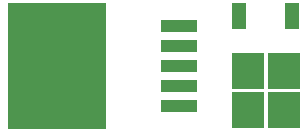
<source format=gbr>
%TF.GenerationSoftware,KiCad,Pcbnew,(6.0.1)*%
%TF.CreationDate,2022-03-29T16:10:18-05:00*%
%TF.ProjectId,buck_board,6275636b-5f62-46f6-9172-642e6b696361,rev?*%
%TF.SameCoordinates,Original*%
%TF.FileFunction,Paste,Top*%
%TF.FilePolarity,Positive*%
%FSLAX46Y46*%
G04 Gerber Fmt 4.6, Leading zero omitted, Abs format (unit mm)*
G04 Created by KiCad (PCBNEW (6.0.1)) date 2022-03-29 16:10:18*
%MOMM*%
%LPD*%
G01*
G04 APERTURE LIST*
%ADD10R,3.050000X1.016000*%
%ADD11R,8.380000X10.660000*%
%ADD12R,2.750000X3.050000*%
%ADD13R,1.200000X2.200000*%
G04 APERTURE END LIST*
D10*
%TO.C,IC1*%
X71755000Y-75540000D03*
X71755000Y-73838000D03*
X71755000Y-72136000D03*
X71755000Y-70434000D03*
X71755000Y-68732000D03*
D11*
X61450000Y-72136000D03*
%TD*%
D12*
%TO.C,D1*%
X80646000Y-72561000D03*
X77596000Y-72561000D03*
X80646000Y-75911000D03*
X77596000Y-75911000D03*
D13*
X81401000Y-67936000D03*
X76841000Y-67936000D03*
%TD*%
M02*

</source>
